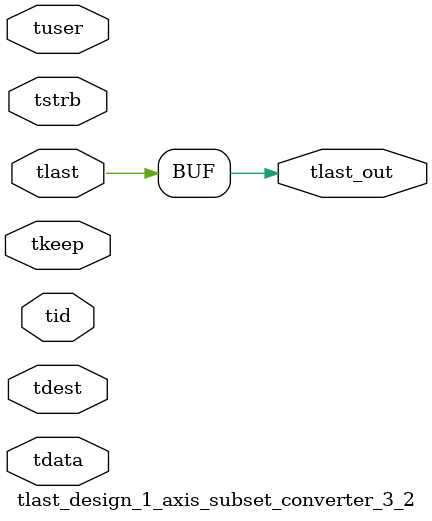
<source format=v>


`timescale 1ps/1ps

module tlast_design_1_axis_subset_converter_3_2 #
(
parameter C_S_AXIS_TID_WIDTH   = 1,
parameter C_S_AXIS_TUSER_WIDTH = 0,
parameter C_S_AXIS_TDATA_WIDTH = 0,
parameter C_S_AXIS_TDEST_WIDTH = 0
)
(
input  [(C_S_AXIS_TID_WIDTH   == 0 ? 1 : C_S_AXIS_TID_WIDTH)-1:0       ] tid,
input  [(C_S_AXIS_TDATA_WIDTH == 0 ? 1 : C_S_AXIS_TDATA_WIDTH)-1:0     ] tdata,
input  [(C_S_AXIS_TUSER_WIDTH == 0 ? 1 : C_S_AXIS_TUSER_WIDTH)-1:0     ] tuser,
input  [(C_S_AXIS_TDEST_WIDTH == 0 ? 1 : C_S_AXIS_TDEST_WIDTH)-1:0     ] tdest,
input  [(C_S_AXIS_TDATA_WIDTH/8)-1:0 ] tkeep,
input  [(C_S_AXIS_TDATA_WIDTH/8)-1:0 ] tstrb,
input  [0:0]                                                             tlast,
output                                                                   tlast_out
);

assign tlast_out = {tlast};

endmodule


</source>
